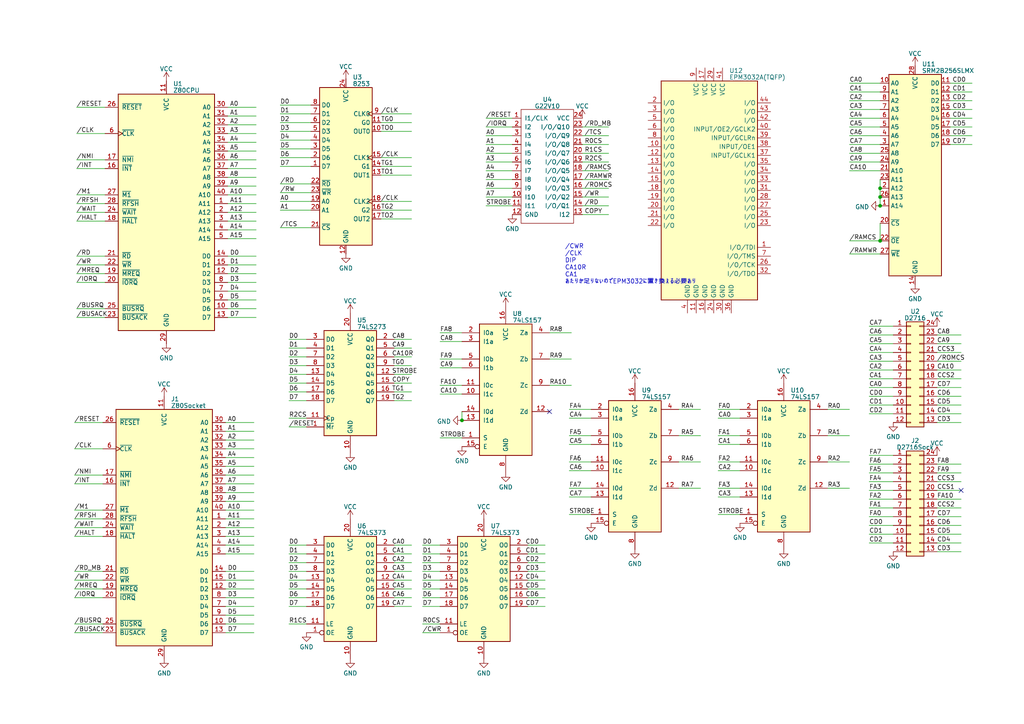
<source format=kicad_sch>
(kicad_sch (version 20230121) (generator eeschema)
  (paper "A4")
  (junction (at 255.27 54.61))
  (junction (at 255.27 69.85))
  (junction (at 255.27 57.15))
  (junction (at 255.27 59.69))
  (junction (at 133.985 121.92))
  (no_connect (at 159.385 119.38))
  (no_connect (at 278.765 142.24))
  (wire (pts (xy 22.225 64.135) (xy 30.48 64.135)))
  (wire (pts (xy 110.49 60.96) (xy 119.38 60.96)))
  (wire (pts (xy 21.59 170.815) (xy 29.845 170.815)))
  (wire (pts (xy 271.78 120.015) (xy 278.765 120.015)))
  (wire (pts (xy 165.1 118.745) (xy 171.45 118.745)))
  (wire (pts (xy 271.78 144.78) (xy 278.765 144.78)))
  (wire (pts (xy 83.82 160.655) (xy 88.9 160.655)))
  (wire (pts (xy 81.28 38.1) (xy 90.17 38.1)))
  (wire (pts (xy 66.04 56.515) (xy 74.295 56.515)))
  (wire (pts (xy 81.28 45.72) (xy 90.17 45.72)))
  (wire (pts (xy 208.28 126.365) (xy 214.63 126.365)))
  (wire (pts (xy 252.095 152.4) (xy 259.08 152.4)))
  (wire (pts (xy 122.555 175.895) (xy 127.635 175.895)))
  (wire (pts (xy 83.82 103.505) (xy 88.9 103.505)))
  (wire (pts (xy 196.85 133.985) (xy 203.2 133.985)))
  (wire (pts (xy 208.28 149.225) (xy 214.63 149.225)))
  (wire (pts (xy 122.555 158.115) (xy 127.635 158.115)))
  (wire (pts (xy 271.78 149.86) (xy 278.765 149.86)))
  (wire (pts (xy 21.59 147.955) (xy 29.845 147.955)))
  (wire (pts (xy 114.3 113.665) (xy 119.38 113.665)))
  (wire (pts (xy 246.38 34.29) (xy 255.27 34.29)))
  (wire (pts (xy 83.82 108.585) (xy 88.9 108.585)))
  (wire (pts (xy 65.405 165.735) (xy 73.66 165.735)))
  (wire (pts (xy 165.1 126.365) (xy 171.45 126.365)))
  (wire (pts (xy 81.28 53.34) (xy 90.17 53.34)))
  (wire (pts (xy 168.91 36.83) (xy 176.53 36.83)))
  (wire (pts (xy 21.59 165.735) (xy 29.845 165.735)))
  (wire (pts (xy 66.04 79.375) (xy 74.295 79.375)))
  (wire (pts (xy 255.27 52.07) (xy 255.27 54.61)))
  (wire (pts (xy 66.04 89.535) (xy 74.295 89.535)))
  (wire (pts (xy 133.985 119.38) (xy 133.985 121.92)))
  (wire (pts (xy 66.04 92.075) (xy 74.295 92.075)))
  (wire (pts (xy 252.095 144.78) (xy 259.08 144.78)))
  (wire (pts (xy 208.28 121.285) (xy 214.63 121.285)))
  (wire (pts (xy 127.635 104.14) (xy 133.985 104.14)))
  (wire (pts (xy 114.3 158.115) (xy 119.38 158.115)))
  (wire (pts (xy 271.78 102.235) (xy 278.765 102.235)))
  (wire (pts (xy 252.095 142.24) (xy 259.08 142.24)))
  (wire (pts (xy 114.3 160.655) (xy 119.38 160.655)))
  (wire (pts (xy 246.38 36.83) (xy 255.27 36.83)))
  (wire (pts (xy 110.49 33.02) (xy 119.38 33.02)))
  (wire (pts (xy 110.49 38.1) (xy 119.38 38.1)))
  (wire (pts (xy 252.095 132.08) (xy 259.08 132.08)))
  (wire (pts (xy 165.1 121.285) (xy 171.45 121.285)))
  (wire (pts (xy 240.03 133.985) (xy 246.38 133.985)))
  (wire (pts (xy 271.78 114.935) (xy 278.765 114.935)))
  (wire (pts (xy 240.03 118.745) (xy 246.38 118.745)))
  (wire (pts (xy 246.38 26.67) (xy 255.27 26.67)))
  (wire (pts (xy 127.635 127) (xy 133.985 127)))
  (wire (pts (xy 140.97 34.29) (xy 148.59 34.29)))
  (wire (pts (xy 22.225 46.355) (xy 30.48 46.355)))
  (wire (pts (xy 66.04 61.595) (xy 74.295 61.595)))
  (wire (pts (xy 271.78 117.475) (xy 278.765 117.475)))
  (wire (pts (xy 140.97 54.61) (xy 148.59 54.61)))
  (wire (pts (xy 66.04 81.915) (xy 74.295 81.915)))
  (wire (pts (xy 246.38 73.66) (xy 255.27 73.66)))
  (wire (pts (xy 168.91 44.45) (xy 176.53 44.45)))
  (wire (pts (xy 168.91 39.37) (xy 176.53 39.37)))
  (wire (pts (xy 255.27 57.15) (xy 255.27 59.69)))
  (wire (pts (xy 110.49 63.5) (xy 119.38 63.5)))
  (wire (pts (xy 65.405 130.175) (xy 73.66 130.175)))
  (wire (pts (xy 66.04 84.455) (xy 74.295 84.455)))
  (wire (pts (xy 81.28 48.26) (xy 90.17 48.26)))
  (wire (pts (xy 252.095 112.395) (xy 259.08 112.395)))
  (wire (pts (xy 66.04 53.975) (xy 74.295 53.975)))
  (wire (pts (xy 66.04 66.675) (xy 74.295 66.675)))
  (wire (pts (xy 153.035 158.115) (xy 158.115 158.115)))
  (wire (pts (xy 140.97 46.99) (xy 148.59 46.99)))
  (wire (pts (xy 21.59 180.975) (xy 29.845 180.975)))
  (wire (pts (xy 66.04 33.655) (xy 74.295 33.655)))
  (wire (pts (xy 22.225 38.735) (xy 30.48 38.735)))
  (wire (pts (xy 22.225 92.075) (xy 30.48 92.075)))
  (wire (pts (xy 246.38 44.45) (xy 255.27 44.45)))
  (wire (pts (xy 83.82 123.825) (xy 88.9 123.825)))
  (wire (pts (xy 22.225 59.055) (xy 30.48 59.055)))
  (wire (pts (xy 168.91 62.23) (xy 176.53 62.23)))
  (wire (pts (xy 271.78 107.315) (xy 278.765 107.315)))
  (wire (pts (xy 246.38 49.53) (xy 255.27 49.53)))
  (wire (pts (xy 275.59 29.21) (xy 281.94 29.21)))
  (wire (pts (xy 66.04 31.115) (xy 74.295 31.115)))
  (wire (pts (xy 21.59 155.575) (xy 29.845 155.575)))
  (wire (pts (xy 159.385 96.52) (xy 165.735 96.52)))
  (wire (pts (xy 83.82 175.895) (xy 88.9 175.895)))
  (wire (pts (xy 110.49 58.42) (xy 119.38 58.42)))
  (wire (pts (xy 271.78 134.62) (xy 278.765 134.62)))
  (wire (pts (xy 65.405 173.355) (xy 73.66 173.355)))
  (wire (pts (xy 271.78 147.32) (xy 278.765 147.32)))
  (wire (pts (xy 271.78 139.7) (xy 278.765 139.7)))
  (wire (pts (xy 21.59 150.495) (xy 29.845 150.495)))
  (wire (pts (xy 271.78 157.48) (xy 278.765 157.48)))
  (wire (pts (xy 127.635 114.3) (xy 133.985 114.3)))
  (wire (pts (xy 140.97 49.53) (xy 148.59 49.53)))
  (wire (pts (xy 83.82 116.205) (xy 88.9 116.205)))
  (wire (pts (xy 252.095 149.86) (xy 259.08 149.86)))
  (wire (pts (xy 168.91 59.69) (xy 176.53 59.69)))
  (wire (pts (xy 240.03 126.365) (xy 246.38 126.365)))
  (wire (pts (xy 196.85 126.365) (xy 203.2 126.365)))
  (wire (pts (xy 65.405 137.795) (xy 73.66 137.795)))
  (wire (pts (xy 122.555 180.975) (xy 127.635 180.975)))
  (wire (pts (xy 271.78 160.02) (xy 278.765 160.02)))
  (wire (pts (xy 114.3 175.895) (xy 119.38 175.895)))
  (wire (pts (xy 252.095 99.695) (xy 259.08 99.695)))
  (wire (pts (xy 252.095 114.935) (xy 259.08 114.935)))
  (wire (pts (xy 22.225 79.375) (xy 30.48 79.375)))
  (wire (pts (xy 153.035 165.735) (xy 158.115 165.735)))
  (wire (pts (xy 81.28 33.02) (xy 90.17 33.02)))
  (wire (pts (xy 271.78 109.855) (xy 278.765 109.855)))
  (wire (pts (xy 252.095 94.615) (xy 259.08 94.615)))
  (wire (pts (xy 110.49 45.72) (xy 119.38 45.72)))
  (wire (pts (xy 153.035 160.655) (xy 158.115 160.655)))
  (wire (pts (xy 66.04 38.735) (xy 74.295 38.735)))
  (wire (pts (xy 196.85 141.605) (xy 203.2 141.605)))
  (wire (pts (xy 140.97 36.83) (xy 148.59 36.83)))
  (wire (pts (xy 65.405 150.495) (xy 73.66 150.495)))
  (wire (pts (xy 168.91 57.15) (xy 176.53 57.15)))
  (wire (pts (xy 271.78 122.555) (xy 278.765 122.555)))
  (wire (pts (xy 65.405 125.095) (xy 73.66 125.095)))
  (wire (pts (xy 153.035 163.195) (xy 158.115 163.195)))
  (wire (pts (xy 65.405 122.555) (xy 73.66 122.555)))
  (wire (pts (xy 275.59 31.75) (xy 281.94 31.75)))
  (wire (pts (xy 66.04 36.195) (xy 74.295 36.195)))
  (wire (pts (xy 255.27 54.61) (xy 255.27 57.15)))
  (wire (pts (xy 246.38 69.85) (xy 255.27 69.85)))
  (wire (pts (xy 83.82 106.045) (xy 88.9 106.045)))
  (wire (pts (xy 275.59 41.91) (xy 281.94 41.91)))
  (wire (pts (xy 81.28 40.64) (xy 90.17 40.64)))
  (wire (pts (xy 21.59 153.035) (xy 29.845 153.035)))
  (wire (pts (xy 153.035 168.275) (xy 158.115 168.275)))
  (wire (pts (xy 66.04 74.295) (xy 74.295 74.295)))
  (wire (pts (xy 165.1 133.985) (xy 171.45 133.985)))
  (wire (pts (xy 83.82 168.275) (xy 88.9 168.275)))
  (wire (pts (xy 252.095 109.855) (xy 259.08 109.855)))
  (wire (pts (xy 240.03 141.605) (xy 246.38 141.605)))
  (wire (pts (xy 65.405 127.635) (xy 73.66 127.635)))
  (wire (pts (xy 114.3 106.045) (xy 119.38 106.045)))
  (wire (pts (xy 21.59 173.355) (xy 29.845 173.355)))
  (wire (pts (xy 165.1 136.525) (xy 171.45 136.525)))
  (wire (pts (xy 208.28 128.905) (xy 214.63 128.905)))
  (wire (pts (xy 66.04 46.355) (xy 74.295 46.355)))
  (wire (pts (xy 114.3 170.815) (xy 119.38 170.815)))
  (wire (pts (xy 252.095 139.7) (xy 259.08 139.7)))
  (wire (pts (xy 110.49 50.8) (xy 119.38 50.8)))
  (wire (pts (xy 65.405 132.715) (xy 73.66 132.715)))
  (wire (pts (xy 275.59 36.83) (xy 281.94 36.83)))
  (wire (pts (xy 65.405 160.655) (xy 73.66 160.655)))
  (wire (pts (xy 252.095 120.015) (xy 259.08 120.015)))
  (wire (pts (xy 153.035 175.895) (xy 158.115 175.895)))
  (wire (pts (xy 196.85 118.745) (xy 203.2 118.745)))
  (wire (pts (xy 65.405 153.035) (xy 73.66 153.035)))
  (wire (pts (xy 140.97 59.69) (xy 148.59 59.69)))
  (wire (pts (xy 21.59 130.175) (xy 29.845 130.175)))
  (wire (pts (xy 22.225 74.295) (xy 30.48 74.295)))
  (wire (pts (xy 83.82 98.425) (xy 88.9 98.425)))
  (wire (pts (xy 168.91 41.91) (xy 176.53 41.91)))
  (wire (pts (xy 252.095 117.475) (xy 259.08 117.475)))
  (wire (pts (xy 66.04 48.895) (xy 74.295 48.895)))
  (wire (pts (xy 83.82 100.965) (xy 88.9 100.965)))
  (wire (pts (xy 252.095 154.94) (xy 259.08 154.94)))
  (wire (pts (xy 165.1 141.605) (xy 171.45 141.605)))
  (wire (pts (xy 21.59 140.335) (xy 29.845 140.335)))
  (wire (pts (xy 81.28 43.18) (xy 90.17 43.18)))
  (wire (pts (xy 114.3 116.205) (xy 119.38 116.205)))
  (wire (pts (xy 168.91 54.61) (xy 176.53 54.61)))
  (wire (pts (xy 127.635 111.76) (xy 133.985 111.76)))
  (wire (pts (xy 83.82 158.115) (xy 88.9 158.115)))
  (wire (pts (xy 114.3 100.965) (xy 119.38 100.965)))
  (wire (pts (xy 114.3 108.585) (xy 119.38 108.585)))
  (wire (pts (xy 140.97 44.45) (xy 148.59 44.45)))
  (wire (pts (xy 165.1 128.905) (xy 171.45 128.905)))
  (wire (pts (xy 65.405 168.275) (xy 73.66 168.275)))
  (wire (pts (xy 208.28 141.605) (xy 214.63 141.605)))
  (wire (pts (xy 22.225 48.895) (xy 30.48 48.895)))
  (wire (pts (xy 255.27 64.77) (xy 255.27 69.85)))
  (wire (pts (xy 271.78 97.155) (xy 278.765 97.155)))
  (wire (pts (xy 252.095 157.48) (xy 259.08 157.48)))
  (wire (pts (xy 159.385 111.76) (xy 165.735 111.76)))
  (wire (pts (xy 114.3 98.425) (xy 119.38 98.425)))
  (wire (pts (xy 271.78 112.395) (xy 278.765 112.395)))
  (wire (pts (xy 246.38 31.75) (xy 255.27 31.75)))
  (wire (pts (xy 110.49 35.56) (xy 119.38 35.56)))
  (wire (pts (xy 65.405 183.515) (xy 73.66 183.515)))
  (wire (pts (xy 110.49 48.26) (xy 119.38 48.26)))
  (wire (pts (xy 65.405 180.975) (xy 73.66 180.975)))
  (wire (pts (xy 252.095 97.155) (xy 259.08 97.155)))
  (wire (pts (xy 122.555 168.275) (xy 127.635 168.275)))
  (wire (pts (xy 252.095 134.62) (xy 259.08 134.62)))
  (wire (pts (xy 22.225 31.115) (xy 30.48 31.115)))
  (wire (pts (xy 65.405 140.335) (xy 73.66 140.335)))
  (wire (pts (xy 81.28 60.96) (xy 90.17 60.96)))
  (wire (pts (xy 83.82 111.125) (xy 88.9 111.125)))
  (wire (pts (xy 65.405 147.955) (xy 73.66 147.955)))
  (wire (pts (xy 127.635 99.06) (xy 133.985 99.06)))
  (wire (pts (xy 83.82 180.975) (xy 88.9 180.975)))
  (wire (pts (xy 114.3 103.505) (xy 119.38 103.505)))
  (wire (pts (xy 271.78 154.94) (xy 278.765 154.94)))
  (wire (pts (xy 140.97 41.91) (xy 148.59 41.91)))
  (wire (pts (xy 122.555 173.355) (xy 127.635 173.355)))
  (wire (pts (xy 65.405 175.895) (xy 73.66 175.895)))
  (wire (pts (xy 81.28 66.04) (xy 90.17 66.04)))
  (wire (pts (xy 153.035 170.815) (xy 158.115 170.815)))
  (wire (pts (xy 168.91 46.99) (xy 176.53 46.99)))
  (wire (pts (xy 65.405 135.255) (xy 73.66 135.255)))
  (wire (pts (xy 22.225 81.915) (xy 30.48 81.915)))
  (wire (pts (xy 246.38 41.91) (xy 255.27 41.91)))
  (wire (pts (xy 83.82 113.665) (xy 88.9 113.665)))
  (wire (pts (xy 66.04 41.275) (xy 74.295 41.275)))
  (wire (pts (xy 22.225 61.595) (xy 30.48 61.595)))
  (wire (pts (xy 65.405 178.435) (xy 73.66 178.435)))
  (wire (pts (xy 208.28 118.745) (xy 214.63 118.745)))
  (wire (pts (xy 165.1 149.225) (xy 171.45 149.225)))
  (wire (pts (xy 122.555 170.815) (xy 127.635 170.815)))
  (wire (pts (xy 153.035 173.355) (xy 158.115 173.355)))
  (wire (pts (xy 271.78 137.16) (xy 278.765 137.16)))
  (wire (pts (xy 271.78 99.695) (xy 278.765 99.695)))
  (wire (pts (xy 66.04 51.435) (xy 74.295 51.435)))
  (wire (pts (xy 21.59 183.515) (xy 29.845 183.515)))
  (wire (pts (xy 81.28 55.88) (xy 90.17 55.88)))
  (wire (pts (xy 252.095 104.775) (xy 259.08 104.775)))
  (wire (pts (xy 165.1 144.145) (xy 171.45 144.145)))
  (wire (pts (xy 114.3 165.735) (xy 119.38 165.735)))
  (wire (pts (xy 22.225 76.835) (xy 30.48 76.835)))
  (wire (pts (xy 21.59 168.275) (xy 29.845 168.275)))
  (wire (pts (xy 246.38 39.37) (xy 255.27 39.37)))
  (wire (pts (xy 83.82 170.815) (xy 88.9 170.815)))
  (wire (pts (xy 114.3 111.125) (xy 119.38 111.125)))
  (wire (pts (xy 114.3 173.355) (xy 119.38 173.355)))
  (wire (pts (xy 22.225 89.535) (xy 30.48 89.535)))
  (wire (pts (xy 122.555 165.735) (xy 127.635 165.735)))
  (wire (pts (xy 66.04 86.995) (xy 74.295 86.995)))
  (wire (pts (xy 66.04 69.215) (xy 74.295 69.215)))
  (wire (pts (xy 127.635 96.52) (xy 133.985 96.52)))
  (wire (pts (xy 140.97 52.07) (xy 148.59 52.07)))
  (wire (pts (xy 246.38 46.99) (xy 255.27 46.99)))
  (wire (pts (xy 275.59 24.13) (xy 281.94 24.13)))
  (wire (pts (xy 81.28 58.42) (xy 90.17 58.42)))
  (wire (pts (xy 83.82 173.355) (xy 88.9 173.355)))
  (wire (pts (xy 65.405 155.575) (xy 73.66 155.575)))
  (wire (pts (xy 271.78 104.775) (xy 278.765 104.775)))
  (wire (pts (xy 65.405 170.815) (xy 73.66 170.815)))
  (wire (pts (xy 122.555 160.655) (xy 127.635 160.655)))
  (wire (pts (xy 81.28 30.48) (xy 90.17 30.48)))
  (wire (pts (xy 66.04 43.815) (xy 74.295 43.815)))
  (wire (pts (xy 21.59 137.795) (xy 29.845 137.795)))
  (wire (pts (xy 140.97 57.15) (xy 148.59 57.15)))
  (wire (pts (xy 127.635 106.68) (xy 133.985 106.68)))
  (wire (pts (xy 208.28 133.985) (xy 214.63 133.985)))
  (wire (pts (xy 246.38 24.13) (xy 255.27 24.13)))
  (wire (pts (xy 252.095 107.315) (xy 259.08 107.315)))
  (wire (pts (xy 114.3 168.275) (xy 119.38 168.275)))
  (wire (pts (xy 252.095 147.32) (xy 259.08 147.32)))
  (wire (pts (xy 65.405 145.415) (xy 73.66 145.415)))
  (wire (pts (xy 275.59 39.37) (xy 281.94 39.37)))
  (wire (pts (xy 114.3 163.195) (xy 119.38 163.195)))
  (wire (pts (xy 271.78 142.24) (xy 278.765 142.24)))
  (wire (pts (xy 271.78 152.4) (xy 278.765 152.4)))
  (wire (pts (xy 208.28 136.525) (xy 214.63 136.525)))
  (wire (pts (xy 83.82 165.735) (xy 88.9 165.735)))
  (wire (pts (xy 252.095 102.235) (xy 259.08 102.235)))
  (wire (pts (xy 208.28 144.145) (xy 214.63 144.145)))
  (wire (pts (xy 65.405 142.875) (xy 73.66 142.875)))
  (wire (pts (xy 168.91 52.07) (xy 176.53 52.07)))
  (wire (pts (xy 66.04 59.055) (xy 74.295 59.055)))
  (wire (pts (xy 65.405 158.115) (xy 73.66 158.115)))
  (wire (pts (xy 66.04 76.835) (xy 74.295 76.835)))
  (wire (pts (xy 81.28 35.56) (xy 90.17 35.56)))
  (wire (pts (xy 66.04 64.135) (xy 74.295 64.135)))
  (wire (pts (xy 140.97 39.37) (xy 148.59 39.37)))
  (wire (pts (xy 122.555 163.195) (xy 127.635 163.195)))
  (wire (pts (xy 246.38 29.21) (xy 255.27 29.21)))
  (wire (pts (xy 252.095 137.16) (xy 259.08 137.16)))
  (wire (pts (xy 83.82 163.195) (xy 88.9 163.195)))
  (wire (pts (xy 275.59 26.67) (xy 281.94 26.67)))
  (wire (pts (xy 168.91 49.53) (xy 176.53 49.53)))
  (wire (pts (xy 21.59 122.555) (xy 29.845 122.555)))
  (wire (pts (xy 83.82 121.285) (xy 88.9 121.285)))
  (wire (pts (xy 275.59 34.29) (xy 281.94 34.29)))
  (wire (pts (xy 159.385 104.14) (xy 165.735 104.14)))
  (wire (pts (xy 22.225 56.515) (xy 30.48 56.515)))
  (wire (pts (xy 122.555 183.515) (xy 127.635 183.515)))
  (text "/CWR\n/CLK\nDIP\nCA10R\nCA1\nあたりが足りないのでEPM3032に置き換える必要あり" (at 163.83 82.55 0) (effects (font (size 1.27 1.27)) (justify left bottom)))
  (label "CD4" (at 276.225 34.29 0))
  (label "A6" (at 66.675 46.355 0))
  (label "FA3" (at 208.28 141.605 0))
  (label "CD1" (at 252.095 154.94 0))
  (label "STROBE" (at 165.1 149.225 0))
  (label "STROBE" (at 140.97 59.69 0))
  (label "FA1" (at 252.095 147.32 0))
  (label "{slash}CLK" (at 21.59 130.175 0))
  (label "D7" (at 122.555 175.895 0))
  (label "{slash}HALT" (at 21.59 155.575 0))
  (label "{slash}RD_MB" (at 21.59 165.735 0))
  (label "D7" (at 66.04 183.515 0))
  (label "D3" (at 83.82 165.735 0))
  (label "CA3" (at 252.095 104.775 0))
  (label "CA2" (at 113.665 163.195 0))
  (label "CD6" (at 271.78 114.935 0))
  (label "A8" (at 66.04 142.875 0))
  (label "D0" (at 81.28 30.48 0))
  (label "A1" (at 140.97 41.91 0))
  (label "{slash}M1" (at 22.225 56.515 0))
  (label "D4" (at 81.28 40.64 0))
  (label "CA3" (at 208.28 144.145 0))
  (label "{slash}WAIT" (at 21.59 153.035 0))
  (label "CA8" (at 271.78 97.155 0))
  (label "CCS2" (at 271.78 109.855 0))
  (label "D6" (at 66.675 89.535 0))
  (label "{slash}WR" (at 21.59 168.275 0))
  (label "CD3" (at 271.78 160.02 0))
  (label "FA8" (at 127.635 96.52 0))
  (label "RA3" (at 240.03 141.605 0))
  (label "CD0" (at 152.4 158.115 0))
  (label "CCS3" (at 271.78 102.235 0))
  (label "D4" (at 122.555 168.275 0))
  (label "CA2" (at 208.28 136.525 0))
  (label "{slash}IORQ" (at 140.97 36.83 0))
  (label "A13" (at 66.04 155.575 0))
  (label "A5" (at 140.97 52.07 0))
  (label "CD6" (at 276.225 39.37 0))
  (label "CD3" (at 152.4 165.735 0))
  (label "D4" (at 83.82 168.275 0))
  (label "A9" (at 66.04 145.415 0))
  (label "{slash}RD" (at 22.225 74.295 0))
  (label "CD1" (at 276.225 26.67 0))
  (label "A1" (at 66.675 33.655 0))
  (label "A2" (at 66.04 127.635 0))
  (label "{slash}CLK" (at 110.49 58.42 0))
  (label "A6" (at 140.97 54.61 0))
  (label "{slash}RESET" (at 21.59 122.555 0))
  (label "{slash}MREQ" (at 21.59 170.815 0))
  (label "D6" (at 81.28 45.72 0))
  (label "CA6" (at 252.095 97.155 0))
  (label "RA7" (at 197.485 141.605 0))
  (label "CD2" (at 152.4 163.195 0))
  (label "D3" (at 83.82 106.045 0))
  (label "{slash}ROMCS" (at 169.545 54.61 0))
  (label "D0" (at 83.82 98.425 0))
  (label "{slash}RAMWR" (at 246.38 73.66 0))
  (label "D2" (at 66.04 170.815 0))
  (label "CA10" (at 271.78 107.315 0))
  (label "CA7" (at 165.1 144.145 0))
  (label "R2CS" (at 83.82 121.285 0))
  (label "D5" (at 66.04 178.435 0))
  (label "A4" (at 140.97 49.53 0))
  (label "CD4" (at 271.78 120.015 0))
  (label "RA9" (at 159.385 104.14 0))
  (label "CA5" (at 113.665 170.815 0))
  (label "CA6" (at 246.38 39.37 0))
  (label "FA5" (at 165.1 126.365 0))
  (label "CA3" (at 113.665 165.735 0))
  (label "D2" (at 122.555 163.195 0))
  (label "FA9" (at 127.635 104.14 0))
  (label "CA8" (at 127.635 99.06 0))
  (label "CA3" (at 246.38 31.75 0))
  (label "A15" (at 66.675 69.215 0))
  (label "FA10" (at 271.78 144.78 0))
  (label "CA2" (at 246.38 29.21 0))
  (label "FA10" (at 127.635 111.76 0))
  (label "CD5" (at 271.78 117.475 0))
  (label "D5" (at 81.28 43.18 0))
  (label "R0CS" (at 169.545 41.91 0))
  (label "CCS2" (at 271.78 147.32 0))
  (label "D3" (at 66.675 81.915 0))
  (label "A5" (at 66.04 135.255 0))
  (label "CD7" (at 276.225 41.91 0))
  (label "D3" (at 66.04 173.355 0))
  (label "{slash}RD" (at 169.545 59.69 0))
  (label "D5" (at 122.555 170.815 0))
  (label "CA9" (at 246.38 46.99 0))
  (label "{slash}CLK" (at 110.49 33.02 0))
  (label "FA7" (at 252.095 132.08 0))
  (label "CA8" (at 246.38 44.45 0))
  (label "CCS1" (at 271.78 142.24 0))
  (label "CA4" (at 246.38 34.29 0))
  (label "D1" (at 81.28 33.02 0))
  (label "CD5" (at 276.225 36.83 0))
  (label "TG2" (at 110.49 60.96 0))
  (label "RA5" (at 197.485 126.365 0))
  (label "CD0" (at 276.225 24.13 0))
  (label "{slash}IORQ" (at 22.225 81.915 0))
  (label "TG1" (at 113.665 113.665 0))
  (label "CD7" (at 271.78 149.86 0))
  (label "CA0" (at 113.665 158.115 0))
  (label "FA6" (at 252.095 134.62 0))
  (label "R1CS" (at 169.545 44.45 0))
  (label "CA0" (at 252.095 112.395 0))
  (label "{slash}NMI" (at 22.225 46.355 0))
  (label "{slash}BUSRQ" (at 21.59 180.975 0))
  (label "CA7" (at 246.38 41.91 0))
  (label "{slash}IORQ" (at 21.59 173.355 0))
  (label "CA0" (at 208.28 121.285 0))
  (label "D0" (at 83.82 158.115 0))
  (label "STROBE" (at 208.28 149.225 0))
  (label "D1" (at 122.555 160.655 0))
  (label "TG2" (at 113.665 116.205 0))
  (label "TO0" (at 110.49 38.1 0))
  (label "CD0" (at 252.095 152.4 0))
  (label "CD7" (at 271.78 112.395 0))
  (label "D7" (at 66.675 92.075 0))
  (label "RA2" (at 240.03 133.985 0))
  (label "D0" (at 66.675 74.295 0))
  (label "FA1" (at 208.28 126.365 0))
  (label "CA7" (at 113.665 175.895 0))
  (label "TO2" (at 110.49 63.5 0))
  (label "{slash}RFSH" (at 22.225 59.055 0))
  (label "FA3" (at 252.095 142.24 0))
  (label "A0" (at 66.675 31.115 0))
  (label "CD2" (at 252.095 120.015 0))
  (label "D5" (at 66.675 86.995 0))
  (label "RA4" (at 197.485 118.745 0))
  (label "FA4" (at 165.1 118.745 0))
  (label "FA9" (at 271.78 137.16 0))
  (label "CD5" (at 271.78 154.94 0))
  (label "D2" (at 83.82 163.195 0))
  (label "D3" (at 81.28 38.1 0))
  (label "{slash}WR" (at 169.545 57.15 0))
  (label "CD2" (at 276.225 29.21 0))
  (label "A5" (at 66.675 43.815 0))
  (label "{slash}MREQ" (at 22.225 79.375 0))
  (label "CA5" (at 246.38 36.83 0))
  (label "CD7" (at 152.4 175.895 0))
  (label "D7" (at 83.82 116.205 0))
  (label "CA9" (at 271.78 99.695 0))
  (label "{slash}RAMCS" (at 246.38 69.85 0))
  (label "CA10R" (at 113.665 103.505 0))
  (label "D6" (at 122.555 173.355 0))
  (label "A4" (at 66.04 132.715 0))
  (label "{slash}CWR" (at 122.555 183.515 0))
  (label "CA2" (at 252.095 107.315 0))
  (label "RA8" (at 159.385 96.52 0))
  (label "D2" (at 66.675 79.375 0))
  (label "A1" (at 81.28 60.96 0))
  (label "CA10" (at 246.38 49.53 0))
  (label "D6" (at 66.04 180.975 0))
  (label "{slash}TCS" (at 81.28 66.04 0))
  (label "COPY" (at 113.665 111.125 0))
  (label "A11" (at 66.04 150.495 0))
  (label "CD5" (at 152.4 170.815 0))
  (label "CA8" (at 113.665 98.425 0))
  (label "{slash}WR" (at 22.225 76.835 0))
  (label "CD0" (at 252.095 114.935 0))
  (label "CA5" (at 252.095 99.695 0))
  (label "{slash}RAMWR" (at 169.545 52.07 0))
  (label "FA2" (at 252.095 144.78 0))
  (label "CD4" (at 152.4 168.275 0))
  (label "A6" (at 66.04 137.795 0))
  (label "CA4" (at 165.1 121.285 0))
  (label "FA6" (at 165.1 133.985 0))
  (label "RA10" (at 159.385 111.76 0))
  (label "D3" (at 122.555 165.735 0))
  (label "STROBE" (at 113.665 108.585 0))
  (label "TO1" (at 110.49 50.8 0))
  (label "CA9" (at 113.665 100.965 0))
  (label "A12" (at 66.675 61.595 0))
  (label "A2" (at 140.97 44.45 0))
  (label "D4" (at 83.82 108.585 0))
  (label "A3" (at 140.97 46.99 0))
  (label "FA2" (at 208.28 133.985 0))
  (label "CD2" (at 252.095 157.48 0))
  (label "FA5" (at 252.095 137.16 0))
  (label "R0CS" (at 122.555 180.975 0))
  (label "{slash}RAMCS" (at 169.545 49.53 0))
  (label "D5" (at 83.82 111.125 0))
  (label "A7" (at 66.675 48.895 0))
  (label "{slash}CLK" (at 110.49 45.72 0))
  (label "D6" (at 83.82 113.665 0))
  (label "{slash}CLK" (at 22.225 38.735 0))
  (label "A14" (at 66.04 158.115 0))
  (label "D1" (at 66.04 168.275 0))
  (label "{slash}RESET" (at 22.225 31.115 0))
  (label "STROBE" (at 127.635 127 0))
  (label "D2" (at 81.28 35.56 0))
  (label "R1CS" (at 83.82 180.975 0))
  (label "A3" (at 66.04 130.175 0))
  (label "{slash}NMI" (at 21.59 137.795 0))
  (label "CA7" (at 252.095 94.615 0))
  (label "A7" (at 66.04 140.335 0))
  (label "{slash}TCS" (at 169.545 39.37 0))
  (label "FA0" (at 208.28 118.745 0))
  (label "D5" (at 83.82 170.815 0))
  (label "CCS3" (at 271.78 139.7 0))
  (label "RA0" (at 240.03 118.745 0))
  (label "A0" (at 140.97 39.37 0))
  (label "{slash}INT" (at 22.225 48.895 0))
  (label "A9" (at 66.675 53.975 0))
  (label "A8" (at 66.675 51.435 0))
  (label "CA1" (at 246.38 26.67 0))
  (label "{slash}RFSH" (at 21.59 150.495 0))
  (label "CD6" (at 271.78 152.4 0))
  (label "D4" (at 66.675 84.455 0))
  (label "{slash}HALT" (at 22.225 64.135 0))
  (label "CD4" (at 271.78 157.48 0))
  (label "A2" (at 66.675 36.195 0))
  (label "CA10" (at 127.635 114.3 0))
  (label "A7" (at 140.97 57.15 0))
  (label "CA1" (at 252.095 109.855 0))
  (label "A0" (at 81.28 58.42 0))
  (label "A15" (at 66.04 160.655 0))
  (label "{slash}M1" (at 21.59 147.955 0))
  (label "A12" (at 66.04 153.035 0))
  (label "CD3" (at 271.78 122.555 0))
  (label "TG0" (at 110.49 35.56 0))
  (label "{slash}WAIT" (at 22.225 61.595 0))
  (label "{slash}RD_MB" (at 169.545 36.83 0))
  (label "D6" (at 83.82 173.355 0))
  (label "FA7" (at 165.1 141.605 0))
  (label "D1" (at 83.82 160.655 0))
  (label "COPY" (at 169.545 62.23 0))
  (label "CA1" (at 208.28 128.905 0))
  (label "A3" (at 66.675 38.735 0))
  (label "{slash}RW" (at 81.28 55.88 0))
  (label "TG1" (at 110.49 48.26 0))
  (label "{slash}ROMCS" (at 271.78 104.775 0))
  (label "{slash}RD" (at 81.28 53.34 0))
  (label "A14" (at 66.675 66.675 0))
  (label "D0" (at 122.555 158.115 0))
  (label "CA6" (at 113.665 173.355 0))
  (label "CD1" (at 252.095 117.475 0))
  (label "CA6" (at 165.1 136.525 0))
  (label "{slash}BUSRQ" (at 22.225 89.535 0))
  (label "CA1" (at 113.665 160.655 0))
  (label "CD6" (at 152.4 173.355 0))
  (label "A0" (at 66.04 122.555 0))
  (label "CD3" (at 276.225 31.75 0))
  (label "CA5" (at 165.1 128.905 0))
  (label "RA1" (at 240.03 126.365 0))
  (label "D2" (at 83.82 103.505 0))
  (label "D7" (at 83.82 175.895 0))
  (label "{slash}BUSACK" (at 22.225 92.075 0))
  (label "D7" (at 81.28 48.26 0))
  (label "TG0" (at 113.665 106.045 0))
  (label "CA9" (at 127.635 106.68 0))
  (label "FA8" (at 271.78 134.62 0))
  (label "D0" (at 66.04 165.735 0))
  (label "FA4" (at 252.095 139.7 0))
  (label "{slash}RESET" (at 140.97 34.29 0))
  (label "A10" (at 66.04 147.955 0))
  (label "D4" (at 66.04 175.895 0))
  (label "FA0" (at 252.095 149.86 0))
  (label "{slash}RESET" (at 83.82 123.825 0))
  (label "D1" (at 83.82 100.965 0))
  (label "D1" (at 66.675 76.835 0))
  (label "A13" (at 66.675 64.135 0))
  (label "CD1" (at 152.4 160.655 0))
  (label "CA4" (at 252.095 102.235 0))
  (label "A4" (at 66.675 41.275 0))
  (label "{slash}INT" (at 21.59 140.335 0))
  (label "A1" (at 66.04 125.095 0))
  (label "CA4" (at 113.665 168.275 0))
  (label "CA0" (at 246.38 24.13 0))
  (label "A11" (at 66.675 59.055 0))
  (label "{slash}BUSACK" (at 21.59 183.515 0))
  (label "RA6" (at 197.485 133.985 0))
  (label "A10" (at 66.675 56.515 0))
  (label "R2CS" (at 169.545 46.99 0))
  (symbol (lib_id "power:GND") (at 100.33 73.66 0) (unit 1)
    (property "Reference" "#PWR014" (effects hide))
    (property "Value" "GND" (at 100.33 77.7955 0))
  )
  (symbol (lib_id "power:VCC") (at 168.91 34.29 0) (unit 1)
    (property "Reference" "#PWR010" (effects hide))
    (property "Value" "VCC" (at 168.91 30.7881 0))
  )
  (symbol (lib_id "power:VCC") (at 271.78 132.08 0) (unit 1)
    (property "Reference" "#PWR02" (effects hide))
    (property "Value" "VCC" (at 271.78 128.5781 0))
  )
  (symbol (lib_id "Timer:8253") (at 100.33 48.26 0) (unit 1)
    (property "Reference" "U3" (at 102.2859 22.3901 0) (effects (justify left)))
    (property "Value" "8253" (at 102.2859 24.3111 0) (effects (justify left)))
    (property "Footprint" "Package_DIP:DIP-24_W15.24mm" (effects hide))
    (property "Datasheet" "http://www.cpcwiki.eu/imgs/e/e3/8253.pdf" (effects hide))
  )
  (symbol (lib_id "power:GND") (at 133.985 129.54 0) (unit 1)
    (property "Reference" "#PWR027" (effects hide))
    (property "Value" "GND" (at 133.985 133.6755 0))
  )
  (symbol (lib_id "power:VCC") (at 265.43 19.05 0) (unit 1)
    (property "Reference" "#PWR018" (effects hide))
    (property "Value" "VCC" (at 265.43 15.5481 0))
  )
  (symbol (lib_id "toyoshim:G22V10") (at 158.75 48.26 0) (unit 1)
    (property "Reference" "U4" (at 158.75 28.8671 0))
    (property "Value" "G22V10" (at 158.75 30.7881 0))
  )
  (symbol (lib_id "power:VCC") (at 146.685 88.9 0) (unit 1)
    (property "Reference" "#PWR028" (effects hide))
    (property "Value" "VCC" (at 146.685 85.3981 0))
  )
  (symbol (lib_id "power:GND") (at 214.63 151.765 0) (unit 1)
    (property "Reference" "#PWR024" (effects hide))
    (property "Value" "GND" (at 214.63 155.9005 0))
  )
  (symbol (lib_id "Connector_Generic:Conn_02x12_Counter_Clockwise") (at 264.16 107.315 0) (unit 1)
    (property "Reference" "U2" (at 265.43 90.3351 0))
    (property "Value" "D2716" (at 265.43 92.2561 0))
  )
  (symbol (lib_id "power:GND") (at 101.6 131.445 0) (unit 1)
    (property "Reference" "#PWR012" (effects hide))
    (property "Value" "GND" (at 101.6 135.5805 0))
  )
  (symbol (lib_id "power:GND") (at 88.9 183.515 0) (unit 1)
    (property "Reference" "#PWR021" (effects hide))
    (property "Value" "GND" (at 88.9 187.6505 0))
  )
  (symbol (lib_id "power:GND") (at 184.15 159.385 0) (unit 1)
    (property "Reference" "#PWR025" (effects hide))
    (property "Value" "GND" (at 184.15 163.5205 0))
  )
  (symbol (lib_id "toyoshim:EPM3032A(TQFP)") (at 205.74 55.245 0) (unit 1)
    (property "Reference" "U12" (at 211.5059 20.4851 0) (effects (justify left)))
    (property "Value" "EPM3032A(TQFP)" (at 211.5059 22.4061 0) (effects (justify left)))
  )
  (symbol (lib_id "74xx:74LS273") (at 101.6 111.125 0) (unit 1)
    (property "Reference" "U5" (at 103.5559 92.8751 0) (effects (justify left)))
    (property "Value" "74LS273" (at 103.5559 94.7961 0) (effects (justify left)))
    (property "Datasheet" "http://www.ti.com/lit/gpn/sn74LS273" (effects hide))
  )
  (symbol (lib_id "power:GND") (at 101.6 191.135 0) (unit 1)
    (property "Reference" "#PWR013" (effects hide))
    (property "Value" "GND" (at 101.6 195.2705 0))
  )
  (symbol (lib_id "power:VCC") (at 101.6 150.495 0) (unit 1)
    (property "Reference" "#PWR016" (effects hide))
    (property "Value" "VCC" (at 101.6 146.9931 0))
  )
  (symbol (lib_id "power:GND") (at 47.625 191.135 0) (unit 1)
    (property "Reference" "#PWR06" (effects hide))
    (property "Value" "GND" (at 47.625 195.2705 0))
  )
  (symbol (lib_id "74xx:74LS373") (at 140.335 170.815 0) (unit 1)
    (property "Reference" "U7" (at 142.2909 152.5651 0) (effects (justify left)))
    (property "Value" "74LS373" (at 142.2909 154.4861 0) (effects (justify left)))
    (property "Datasheet" "http://www.ti.com/lit/gpn/sn74LS373" (effects hide))
  )
  (symbol (lib_id "power:GND") (at 146.685 137.16 0) (unit 1)
    (property "Reference" "#PWR026" (effects hide))
    (property "Value" "GND" (at 146.685 141.2955 0))
  )
  (symbol (lib_id "power:VCC") (at 184.15 111.125 0) (unit 1)
    (property "Reference" "#PWR029" (effects hide))
    (property "Value" "VCC" (at 184.15 107.6231 0))
  )
  (symbol (lib_id "power:GND") (at 265.43 82.55 0) (unit 1)
    (property "Reference" "#PWR017" (effects hide))
    (property "Value" "GND" (at 265.43 86.6855 0))
  )
  (symbol (lib_id "power:GND") (at 255.27 59.69 270) (unit 1)
    (property "Reference" "#PWR032" (effects hide))
    (property "Value" "GND" (at 252.0951 60.0068 90) (effects (justify right)))
  )
  (symbol (lib_id "74xx:74LS373") (at 101.6 170.815 0) (unit 1)
    (property "Reference" "U6" (at 103.5559 152.5651 0) (effects (justify left)))
    (property "Value" "74LS373" (at 103.5559 154.4861 0) (effects (justify left)))
    (property "Datasheet" "http://www.ti.com/lit/gpn/sn74LS373" (effects hide))
  )
  (symbol (lib_id "74xx:74LS157") (at 227.33 133.985 0) (unit 1)
    (property "Reference" "U10" (at 229.2859 113.1951 0) (effects (justify left)))
    (property "Value" "74LS157" (at 229.2859 115.1161 0) (effects (justify left)))
    (property "Datasheet" "http://www.ti.com/lit/gpn/sn74LS157" (effects hide))
  )
  (symbol (lib_id "Connector_Generic:Conn_02x12_Counter_Clockwise") (at 264.16 144.78 0) (unit 1)
    (property "Reference" "J2" (at 265.43 127.8001 0))
    (property "Value" "D2716Sock" (at 265.43 129.7211 0))
  )
  (symbol (lib_id "power:GND") (at 140.335 191.135 0) (unit 1)
    (property "Reference" "#PWR020" (effects hide))
    (property "Value" "GND" (at 140.335 195.2705 0))
  )
  (symbol (lib_id "power:VCC") (at 271.78 94.615 0) (unit 1)
    (property "Reference" "#PWR04" (effects hide))
    (property "Value" "VCC" (at 271.78 91.1131 0))
  )
  (symbol (lib_id "power:GND") (at 259.08 122.555 0) (unit 1)
    (property "Reference" "#PWR03" (effects hide))
    (property "Value" "GND" (at 259.08 126.6905 0))
  )
  (symbol (lib_id "power:VCC") (at 140.335 150.495 0) (unit 1)
    (property "Reference" "#PWR019" (effects hide))
    (property "Value" "VCC" (at 140.335 146.9931 0))
  )
  (symbol (lib_id "74xx:74LS157") (at 146.685 111.76 0) (unit 1)
    (property "Reference" "U8" (at 148.6409 90.9701 0) (effects (justify left)))
    (property "Value" "74LS157" (at 148.6409 92.8911 0) (effects (justify left)))
    (property "Datasheet" "http://www.ti.com/lit/gpn/sn74LS157" (effects hide))
  )
  (symbol (lib_id "power:GND") (at 171.45 151.765 0) (unit 1)
    (property "Reference" "#PWR030" (effects hide))
    (property "Value" "GND" (at 171.45 155.9005 0))
  )
  (symbol (lib_id "power:GND") (at 48.26 99.695 0) (unit 1)
    (property "Reference" "#PWR07" (effects hide))
    (property "Value" "GND" (at 48.26 103.8305 0))
  )
  (symbol (lib_id "power:VCC") (at 100.33 22.86 0) (unit 1)
    (property "Reference" "#PWR015" (effects hide))
    (property "Value" "VCC" (at 100.33 19.3581 0))
  )
  (symbol (lib_id "power:VCC") (at 101.6 90.805 0) (unit 1)
    (property "Reference" "#PWR011" (effects hide))
    (property "Value" "VCC" (at 101.6 87.3031 0))
  )
  (symbol (lib_id "power:GND") (at 227.33 159.385 0) (unit 1)
    (property "Reference" "#PWR022" (effects hide))
    (property "Value" "GND" (at 227.33 163.5205 0))
  )
  (symbol (lib_id "power:GND") (at 133.985 121.92 270) (unit 1)
    (property "Reference" "#PWR031" (effects hide))
    (property "Value" "GND" (at 130.8101 122.2368 90) (effects (justify right)))
  )
  (symbol (lib_id "74xx:74LS157") (at 184.15 133.985 0) (unit 1)
    (property "Reference" "U9" (at 186.1059 113.1951 0) (effects (justify left)))
    (property "Value" "74LS157" (at 186.1059 115.1161 0) (effects (justify left)))
    (property "Datasheet" "http://www.ti.com/lit/gpn/sn74LS157" (effects hide))
  )
  (symbol (lib_id "power:VCC") (at 227.33 111.125 0) (unit 1)
    (property "Reference" "#PWR023" (effects hide))
    (property "Value" "VCC" (at 227.33 107.6231 0))
  )
  (symbol (lib_id "power:VCC") (at 48.26 23.495 0) (unit 1)
    (property "Reference" "#PWR08" (effects hide))
    (property "Value" "VCC" (at 48.26 19.9931 0))
  )
  (symbol (lib_id "CPU:Z80CPU") (at 47.625 153.035 0) (unit 1)
    (property "Reference" "J1" (at 49.5809 115.7351 0) (effects (justify left)))
    (property "Value" "Z80Socket" (at 49.5809 117.6561 0) (effects (justify left)))
    (property "Datasheet" "www.zilog.com/manage_directlink.php?filepath=docs/z80/um0080" (effects hide))
  )
  (symbol (lib_id "power:VCC") (at 47.625 114.935 0) (unit 1)
    (property "Reference" "#PWR05" (effects hide))
    (property "Value" "VCC" (at 47.625 111.4331 0))
  )
  (symbol (lib_id "power:GND") (at 148.59 62.23 0) (unit 1)
    (property "Reference" "#PWR09" (effects hide))
    (property "Value" "GND" (at 148.59 66.3655 0))
  )
  (symbol (lib_id "CPU:Z80CPU") (at 48.26 61.595 0) (unit 1)
    (property "Reference" "U1" (at 50.2159 24.2951 0) (effects (justify left)))
    (property "Value" "Z80CPU" (at 50.2159 26.2161 0) (effects (justify left)))
    (property "Datasheet" "www.zilog.com/manage_directlink.php?filepath=docs/z80/um0080" (effects hide))
  )
  (symbol (lib_id "toyoshim:SRM2B256SLMX") (at 265.43 49.53 0) (unit 1)
    (property "Reference" "U11" (at 267.3859 18.5801 0) (effects (justify left)))
    (property "Value" "SRM2B256SLMX" (at 267.3859 20.5011 0) (effects (justify left)))
    (property "Datasheet" "http://akizukidenshi.com/download/ds/seikoepson/SRM2B256.pdf" (effects hide))
  )
  (symbol (lib_id "power:GND") (at 259.08 160.02 0) (unit 1)
    (property "Reference" "#PWR01" (effects hide))
    (property "Value" "GND" (at 259.08 164.1555 0))
  )
)
</source>
